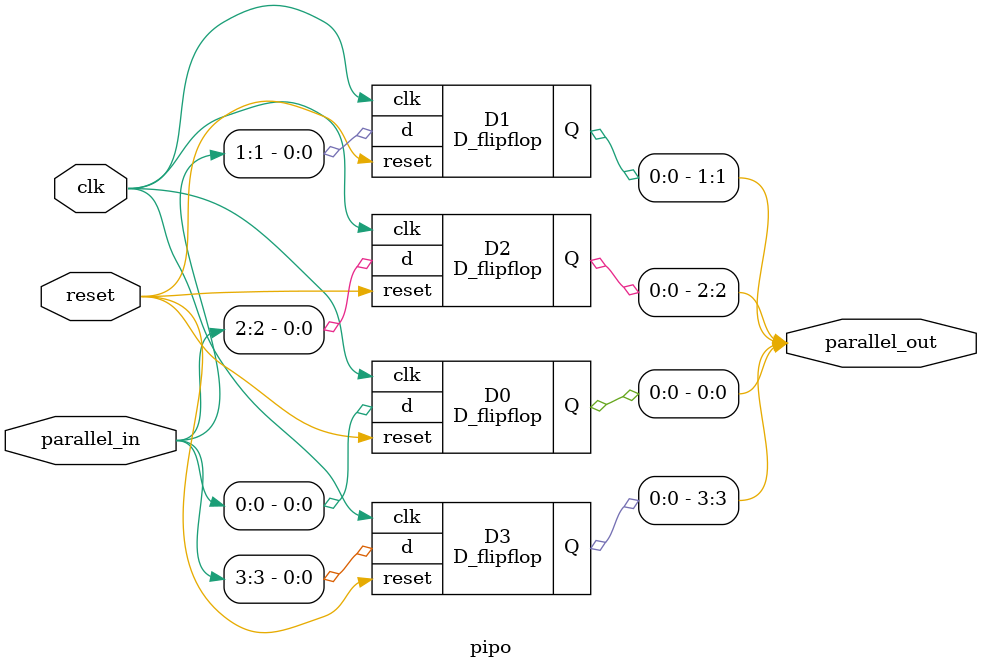
<source format=v>
`timescale 1ns / 1ps
module D_flipflop(
    input d,clk, reset,
    output reg Q);

    always @(posedge clk) begin
        if (reset)
            Q <= 1'b0;
        else
            Q <= d;
    end
endmodule

// 4-bit Parallel-In Paralle-Out (PIPO) Register 
module pipo(
    input clk,
    input reset,
    input [3:0] parallel_in,
    output [3:0] parallel_out );

    // Shift Register Chain
    D_flipflop D3 (.d(parallel_in[3]), .clk(clk), .reset(reset), .Q(parallel_out[3]));
    D_flipflop D2 (.d(parallel_in[2]), .clk(clk), .reset(reset), .Q(parallel_out[2]));
    D_flipflop D1 (.d(parallel_in[1]), .clk(clk), .reset(reset), .Q(parallel_out[1]));
    D_flipflop D0 (.d(parallel_in[0]), .clk(clk), .reset(reset), .Q(parallel_out[0]));
endmodule





</source>
